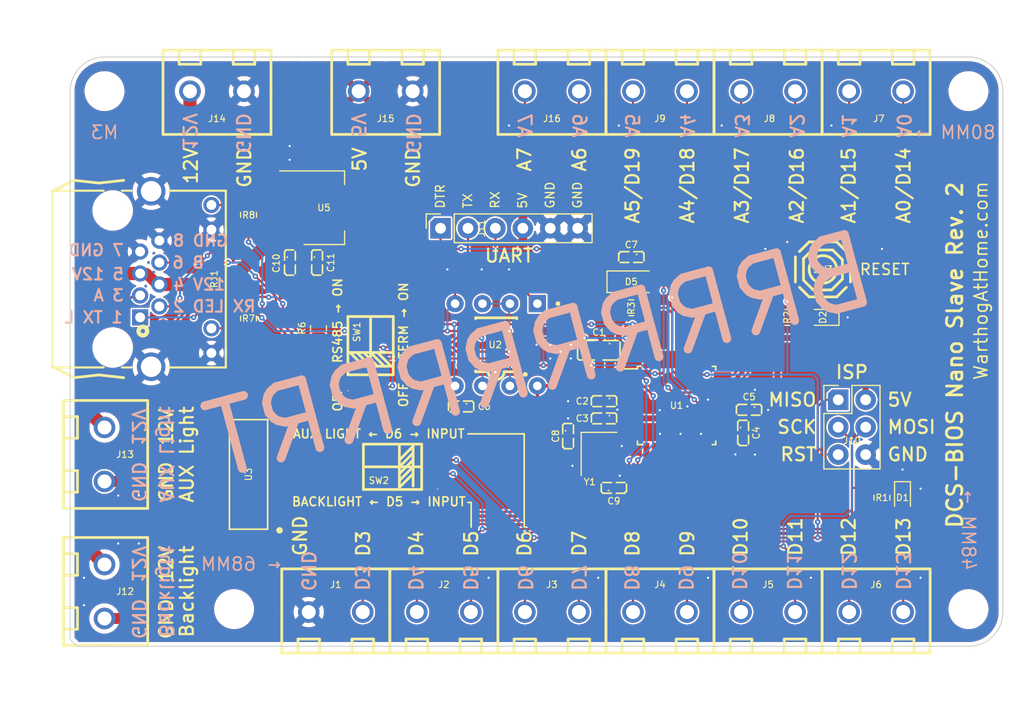
<source format=kicad_pcb>
(kicad_pcb (version 20211014) (generator pcbnew)
  (title_block (title "DCS-BIOS Nano Slave") (date "2022-09-11") (rev "2"))
  (layers (0 "F.Cu" signal) (31 "B.Cu" signal) (34 "B.Paste" user) (35 "F.Paste" user) (36 "B.SilkS" user "B.Silkscreen") (37 "F.SilkS" user "F.Silkscreen") (38 "B.Mask" user) (39 "F.Mask" user) (44 "Edge.Cuts" user))
  (net 0 "")
  (net 1 "+5V")
  (net 2 "Net-(C5-Pad2)")
  (net 3 "RESET")
  (net 4 "FTDI_DTR")
  (net 5 "XTAL1")
  (net 6 "XTAL2")
  (net 7 "Net-(D1-Pad2)")
  (net 8 "Net-(D2-Pad2)")
  (net 9 "D2")
  (net 10 "D3")
  (net 11 "D4")
  (net 12 "D5")
  (net 13 "D6")
  (net 14 "D7")
  (net 15 "D8")
  (net 16 "D9")
  (net 17 "D10")
  (net 18 "D11")
  (net 19 "D12")
  (net 20 "D13")
  (net 21 "A0")
  (net 22 "A1")
  (net 23 "A2")
  (net 24 "A3")
  (net 25 "A4")
  (net 26 "A5")
  (net 27 "TXD")
  (net 28 "RXD")
  (net 29 "RS485+")
  (net 30 "Net-(R6-Pad2)")
  (net 31 "Net-(R7-Pad1)")
  (net 32 "Net-(R8-Pad1)")
  (net 33 "+12V")
  (net 34 "RS485-")
  (net 35 "A6")
  (net 36 "A7")
  (net 37 "RS485_GND")
  (net 38 "BACKLIGHT_BASE")
  (net 39 "AUX_BASE")
  (net 43 "AUX_GND")
  (net 44 "BACKLIGHT_GND")
  (net 45 "GND")
  (footprint "Resistor_SMD:R_0805_2012Metric" (layer "F.Cu") (at 118.745 101.0666 90)
    (fp_text reference "R7")
    (fp_text value "1.8K")
  )
  (footprint "A10 KiCad Libraries:CONN-TH_WJ126V-5.0-2P" (layer "F.Cu") (at 146.8374 128.27 90)
    (fp_text reference "J3")
    (fp_text value "Screw_Terminal_01x02")
  )
  (footprint "Connector_PinHeader_2.54mm:PinHeader_2x03_P2.54mm_Vertical" (layer "F.Cu") (at 173.35 108.6)
    (fp_text reference "J10")
    (fp_text value "AVR-ISP-6")
  )
  (footprint "A10 KiCad Libraries:CONN-TH_WJ126V-5.0-2P" (layer "F.Cu") (at 166.8526 128.27 90)
    (fp_text reference "J5")
    (fp_text value "Screw_Terminal_01x02")
  )
  (footprint "MountingHole:MountingHole_3.2mm_M3" (layer "F.Cu") (at 185.41 128)
    (fp_text reference "H4" hide)
    (fp_text value "MountingHole")
  )
  (footprint "Resistor_SMD:R_0805_2012Metric" (layer "F.Cu") (at 168.6325 100.965)
    (fp_text reference "R2")
    (fp_text value "1.5K")
  )
  (footprint "A10 KiCad Libraries:C0402" (layer "F.Cu") (at 138.43 109.220001 180)
    (fp_text reference "C6")
    (fp_text value "1uF")
  )
  (footprint "Package_TO_SOT_SMD:SOT-223-3_TabPin2" (layer "F.Cu") (at 125.73 90.805)
    (fp_text reference "U5")
    (fp_text value "AMS1117-5.0")
  )
  (footprint "MountingHole:MountingHole_3.2mm_M3" (layer "F.Cu") (at 117.41 128)
    (fp_text reference "H3" hide)
    (fp_text value "MountingHole")
  )
  (footprint "A10 KiCad Libraries:C0402" (layer "F.Cu") (at 151.662195 110.325758 180)
    (fp_text reference "C3")
    (fp_text value "1uF")
  )
  (footprint "A10 KiCad Libraries:CONN-TH_WJ126V-5.0-2P" (layer "F.Cu") (at 131.445 80.01 -90)
    (fp_text reference "J15")
    (fp_text value "Screw_Terminal_01x02")
  )
  (footprint "A10 KiCad Libraries:C0805" (layer "F.Cu") (at 151.1808 104.013 180)
    (fp_text reference "C1")
    (fp_text value "4.7uF")
  )
  (footprint "A10 KiCad Libraries:C0402" (layer "F.Cu") (at 165.090521 109.528861 180)
    (fp_text reference "C5")
    (fp_text value "100nF")
  )
  (footprint "A10 KiCad Libraries:SOP-16_L10.0-W3.9-P1.27-LS6.0-BL" (layer "F.Cu") (at 118.745 115.5192 90)
    (fp_text reference "U3")
    (fp_text value "ULN2003A")
  )
  (footprint "Symbol:OSHW-Logo2_7.3x6mm_Copper" (layer "F.Cu") (at 120.65 106.68)
    (fp_text reference "REF**" hide)
    (fp_text value "OSHW-Logo2_7.3x6mm_Copper" hide)
  )
  (footprint "Package_DIP:DIP-8_W7.62mm" (layer "F.Cu") (at 145.491194 99.695 -90)
    (fp_text reference "U4" hide)
    (fp_text value "MAX487CPA+" hide)
  )
  (footprint "A10 KiCad Libraries:C0402" (layer "F.Cu") (at 125.095 95.885 -90)
    (fp_text reference "C11")
    (fp_text value "1uF")
  )
  (footprint "A10 KiCad Libraries:C0402" (layer "F.Cu") (at 151.664102 108.731372 180)
    (fp_text reference "C2")
    (fp_text value "1uF")
  )
  (footprint "A10 KiCad Libraries:SOIC-8_L5.0-W4.0-P1.27-LS6.0-BL" (layer "F.Cu") (at 141.681194 103.505 90)
    (fp_text reference "U2")
    (fp_text value "MAX487ESA+T")
  )
  (footprint "Resistor_SMD:R_0805_2012Metric" (layer "F.Cu") (at 118.745 91.4654 -90)
    (fp_text reference "R8")
    (fp_text value "1.8K")
  )
  (footprint "A10 KiCad Libraries:CONN-TH_WJ126V-5.0-2P" (layer "F.Cu") (at 115.824 80.01 -90)
    (fp_text reference "J14")
    (fp_text value "Screw_Terminal_01x02")
  )
  (footprint "LED_SMD:LED_0603_1608Metric" (layer "F.Cu") (at 171.9345 100.965 180)
    (fp_text reference "D2")
    (fp_text value "LED")
  )
  (footprint "A10 KiCad Libraries:C0402" (layer "F.Cu") (at 122.5804 95.885 -90)
    (fp_text reference "C10")
    (fp_text value "10uF")
  )
  (footprint "MountingHole:MountingHole_3.2mm_M3" (layer "F.Cu") (at 105.41 80)
    (fp_text reference "H1" hide)
    (fp_text value "MountingHole")
  )
  (footprint "A10 KiCad Libraries:CONN-TH_WJ126V-5.0-2P" (layer "F.Cu") (at 126.8222 128.27 90)
    (fp_text reference "J1")
    (fp_text value "Screw_Terminal_01x02")
  )
  (footprint "A10 KiCad Libraries:CONN-TH_WJ126V-5.0-2P" (layer "F.Cu") (at 176.8602 128.27 90)
    (fp_text reference "J6")
    (fp_text value "Screw_Terminal_01x02")
  )
  (footprint "Resistor_SMD:R_0805_2012Metric" (layer "F.Cu") (at 125.222 101.9575 90)
    (fp_text reference "R6")
    (fp_text value "120R")
  )
  (footprint "A10 KiCad Libraries:CONN-TH_WJ126V-5.0-2P" (layer "F.Cu") (at 156.845 80.01 -90)
    (fp_text reference "J9")
    (fp_text value "Screw_Terminal_01x02")
  )
  (footprint "A10 KiCad Libraries:CONN-TH_WJ126V-5.0-2P" (layer "F.Cu") (at 136.8298 128.27 90)
    (fp_text reference "J2")
    (fp_text value "Screw_Terminal_01x02")
  )
  (footprint "A10 KiCad Libraries:SW-SMD_4P-L5.1-W5.1-P3.70-LS6.5-TL-2" (layer "F.Cu") (at 171.9345 96.52)
    (fp_text reference "SW3")
    (fp_text value "SW_MEC_5E")
  )
  (footprint "A10 KiCad Libraries:SW-SMD_DSHP02TSGER" (layer "F.Cu") (at 132.08 114.813287 90)
    (fp_text reference "SW2")
    (fp_text value "SW_DIP_x02")
  )
  (footprint "A10 KiCad Libraries:C0402" (layer "F.Cu") (at 164.545436 111.6711 -90)
    (fp_text reference "C4")
    (fp_text value "1uF")
  )
  (footprint "A10 KiCad Libraries:CONN-TH_WJ126V-5.0-2P" (layer "F.Cu") (at 156.845 128.27 90)
    (fp_text reference "J4")
    (fp_text value "Screw_Terminal_01x02")
  )
  (footprint "Diode_SMD:D_SOD-123" (layer "F.Cu") (at 154.18925 97.663)
    (fp_text reference "D5")
    (fp_text value "1N4148W")
  )
  (footprint "A10 KiCad Libraries:RJ45-TH_B-1-1" (layer "F.Cu") (at 108.612936 97.409003 -90)
    (fp_text reference "RJ1")
    (fp_text value "RJ45-B-1*1")
  )
  (footprint "A10 KiCad Libraries:C0402" (layer "F.Cu") (at 154.18925 95.377 180)
    (fp_text reference "C7")
    (fp_text value "100nF")
  )
  (footprint "Resistor_SMD:R_0805_2012Metric" (layer "F.Cu") (at 177.394099 117.673055 -90)
    (fp_text reference "R1")
    (fp_text value "1.5K")
  )
  (footprint "A10 KiCad Libraries:C0402" (layer "F.Cu") (at 152.575695 116.764335)
    (fp_text reference "C9")
    (fp_text value "15pF")
  )
  (footprint "A10 KiCad Libraries:SW-SMD_DSHP02TSGER" (layer "F.Cu") (at 130.048 103.585)
    (fp_text reference "SW1")
    (fp_text value "SW_DIP_x02")
  )
  (footprint "A10 KiCad Libraries:CONN-TH_WJ126V-5.0-2P" (layer "F.Cu") (at 105.41 113.665)
    (fp_text reference "J13")
    (fp_text value "Screw_Terminal_01x02")
  )
  (footprint "A10 KiCad Libraries:CONN-TH_WJ126V-5.0-2P" (layer "F.Cu") (at 146.8374 80.01 -90)
    (fp_text reference "J16")
    (fp_text value "Screw_Terminal_01x02")
  )
  (footprint "A10 KiCad Libraries:CONN-TH_WJ126V-5.0-2P" (layer "F.Cu") (at 105.41 126.365)
    (fp_text reference "J12")
    (fp_text value "Screw_Terminal_01x02")
  )
  (footprint "Crystal:Crystal_SMD_3225-4Pin_3.2x2.5mm" (layer "F.Cu") (at 151.198516 113.618738 -90)
    (fp_text reference "Y1")
    (fp_text value "Crystal_GND24")
  )
  (footprint "Package_QFP:TQFP-32_7x7mm_P0.8mm" (layer "F.Cu") (at 158.382721 109.12861)
    (fp_text reference "U1")
    (fp_text value "ATmega328P-AU")
  )
  (footprint "Connector_PinSocket_2.54mm:PinSocket_1x06_P2.54mm_Vertical" (layer "F.Cu") (at 136.525 92.71 90)
    (fp_text reference "J11")
    (fp_text value "Conn_01x06_Female")
  )
  (footprint "MountingHole:MountingHole_3.2mm_M3" (layer "F.Cu") (at 185.41 80)
    (fp_text reference "H2" hide)
    (fp_text value "MountingHole")
  )
  (footprint "Resistor_SMD:R_0805_2012Metric" (layer "F.Cu") (at 154.18925 100.076)
    (fp_text reference "R3")
    (fp_text value "10K")
  )
  (footprint "A10 KiCad Libraries:CONN-TH_WJ126V-5.0-2P" (layer "F.Cu") (at 166.8526 80.01 -90)
    (fp_text reference "J8")
    (fp_text value "Screw_Terminal_01x02")
  )
  (footprint "A10 KiCad Libraries:C0402" (layer "F.Cu") (at 148.336 111.967682 -90)
    (fp_text reference "C8")
    (fp_text value "15pF")
  )
  (footprint "A10 KiCad Libraries:CONN-TH_WJ126V-5.0-2P" (layer "F.Cu") (at 176.8602 80.01 -90)
    (fp_text reference "J7")
    (fp_text value "Screw_Terminal_01x02")
  )
  (footprint "LED_SMD:LED_0603_1608Metric" (layer "F.Cu") (at 179.299099 117.673055 -90)
    (fp_text reference "D1")
    (fp_text value "LED")
  )
  (gr_line (start 139.361704 120.396) (end 139.361704 118.11) (layer "F.SilkS") (width 0.1524))
  (gr_line (start 144.272 120.396) (end 144.272 111.76) (layer "F.SilkS") (width 0.1524))
  (gr_line (start 139.361704 118.11) (end 139.065 118.11) (layer "F.SilkS") (width 0.1524))
  (gr_line (start 144.272 111.76) (end 139.065 111.76) (layer "F.SilkS") (width 0.1524))
  (gr_line (start 185.42 131.445) (end 102.87 131.445) (layer "Edge.Cuts") (width 0.1))
  (gr_line (start 105.41 76.835) (end 185.42 76.835) (layer "Edge.Cuts") (width 0.1))
  (gr_arc (start 185.42 76.835) (mid 187.665064 77.764936) (end 188.595 80.01) (layer "Edge.Cuts") (width 0.1))
  (gr_arc (start 102.235 80.01) (mid 103.164936 77.764936) (end 105.41 76.835) (layer "Edge.Cuts") (width 0.1))
  (gr_line (start 188.595 80.01) (end 188.595 128.27) (layer "Edge.Cuts") (width 0.1))
  (gr_line (start 102.235 130.81) (end 102.87 131.445) (layer "Edge.Cuts") (width 0.1))
  (gr_arc (start 188.595 128.27) (mid 187.665064 130.515064) (end 185.42 131.445) (layer "Edge.Cuts") (width 0.1))
  (gr_line (start 102.235 130.81) (end 102.235 80.01) (layer "Edge.Cuts") (width 0.1))
  (gr_text "48MM →" (at 185.42 120.65 270) (layer "B.SilkS") (effects (font (size 1.2192 1.2192) (thickness 0.1524)) (justify mirror)))
  (gr_text "80MM →" (at 184.15 83.82) (layer "B.SilkS") (effects (font (size 1.2192 1.2192) (thickness 0.1524)) (justify mirror)))
  (gr_text "← 68MM" (at 118.11 123.825) (layer "B.SilkS") (effects (font (size 1.2192 1.2192) (thickness 0.1524)) (justify mirror)))
  (gr_text "M3" (at 105.41 83.82) (layer "B.SilkS") (effects (font (size 1.2192 1.2192) (thickness 0.1524)) (justify mirror)))
  (gr_text "BRRRRRRRRT" (at 145.669 104.521 15) (layer "B.SilkS") (effects (font (size 6.5024 6.5024) (thickness 0.8128)) (justify mirror)))
  (gr_text "OFF ← RS485 → ON" (at 127 103.505 90) (layer "F.SilkS") (effects (font (size 0.8128 0.8128) (thickness 0.1524))))
  (gr_text "${TITLE} Rev. ${REVISION}" (at 184.15 88.265 90) (layer "F.SilkS") (effects (font (size 1.4224 1.4224) (thickness 0.254)) (justify right)))
  (gr_text "BACKLIGHT ← D5 → INPUT" (at 130.81 118.046179) (layer "F.SilkS") (effects (font (size 0.8128 0.8128) (thickness 0.1524))))
  (gr_text "AUX LIGHT ← D6 → INPUT" (at 130.81 111.76) (layer "F.SilkS") (effects (font (size 0.8128 0.8128) (thickness 0.1524))))
  (gr_text "RESET" (at 175.26 96.52) (layer "F.SilkS") (effects (font (size 1.016 1.016) (thickness 0.1524)) (justify left)))
  (gr_text "WarthogAtHome.com" (at 186.563 88.265 90) (layer "F.SilkS") (effects (font (size 1.2192 1.2192) (thickness 0.1524)) (justify right)))
  (gr_text "OFF ← TERM → ON" (at 133.096 103.505 90) (layer "F.SilkS") (effects (font (size 0.8128 0.8128) (thickness 0.1524))))
  (segment (start 154.13272 110.32861) (end 160.480746 110.32861) (width 0.5588) (layer "F.Cu") (net 1))
  (segment (start 161.280746 111.12861) (end 162.63272 111.12861) (width 0.5588) (layer "F.Cu") (net 1))
  (segment (start 153.27675 100.076) (end 153.27675 101.23125) (width 0.8128) (layer "F.Cu") (net 1))
  (segment (start 138.975085 109.220001) (end 144.779999 109.220001) (width 0.3048) (layer "F.Cu") (net 1))
  (segment (start 152.53925 97.663) (end 145.288 97.663) (width 0.8128) (layer "F.Cu") (net 1))
  (segment (start 167.003985 111.126015) (end 167.72 110.41) (width 0.5588) (layer "F.Cu") (net 1))
  (segment (start 167.72 110.41) (end 167.72 102.95) (width 0.5588) (layer "F.Cu") (net 1))
  (segment (start 175.26 102.87) (end 175.89 103.5) (width 0.5588) (layer "F.Cu") (net 1))
  (segment (start 160.480746 110.32861) (end 161.280746 111.12861) (width 0.5588) (layer "F.Cu") (net 1))
  (segment (start 138.975085 105.411008) (end 138.976089 105.410004) (width 0.1524) (layer "F.Cu") (net 1))
  (segment (start 154.13272 108.72861) (end 154.129958 108.731372) (width 0.5588) (layer "F.Cu") (net 1))
  (segment (start 152.209187 108.731372) (end 152.20728 108.73328) (width 0.5588) (layer "F.Cu") (net 1))
  (segment (start 145.288 97.663) (end 144.145 96.52) (width 0.8128) (layer "F.Cu") (net 1))
  (segment (start 152.222164 110.32861) (end 154.13272 110.32861) (width 0.5588) (layer "F.Cu") (net 1))
  (segment (start 143.51 90.805) (end 128.88 90.805) (width 0.8128) (layer "F.Cu") (net 1))
  (segment (start 164.545436 111.126015) (end 167.003985 111.126015) (width 0.5588) (layer "F.Cu") (net 1))
  (segment (start 152.148544 107.315) (end 152.210772 107.377228) (width 0.3048) (layer "F.Cu") (net 1))
  (segment (start 152.210772 102.297228) (end 152.210772 104.013) (width 0.8128) (layer "F.Cu") (net 1))
  (segment (start 162.632721 111.12861) (end 164.542841 111.12861) (width 0.5588) (layer "F.Cu") (net 1))
  (segment (start 145.491194 107.315) (end 152.148544 107.315) (width 0.3048) (layer "F.Cu") (net 1))
  (segment (start 152.20728 108.73328) (end 152.20728 110.325758) (width 0.5588) (layer "F.Cu") (net 1))
  (segment (start 154.129958 108.731372) (end 152.209187 108.731372) (width 0.5588) (layer "F.Cu") (net 1))
  (segment (start 144.779999 109.220001) (end 145.491194 108.508806) (width 0.3048) (layer "F.Cu") (net 1))
  (segment (start 152.210772 104.013) (end 152.210772 107.377228) (width 0.8128) (layer "F.Cu") (net 1))
  (segment (start 145.491194 108.508806) (end 145.491194 107.315) (width 0.3048) (layer "F.Cu") (net 1))
  (segment (start 167.8 102.87) (end 167.72 102.95) (width 0.5588) (layer "F.Cu") (net 1))
  (segment (start 153.27675 100.076) (end 153.27675 98.4005) (width 0.8128) (layer "F.Cu") (net 1))
  (segment (start 144.145 91.44) (end 143.51 90.805) (width 0.8128) (layer "F.Cu") (net 1))
  (segment (start 175.26 102.87) (end 167.8 102.87) (width 0.5588) (layer "F.Cu") (net 1))
  (segment (start 152.210772 107.377228) (end 152.210772 108.729787) (width 0.8128) (layer "F.Cu") (net 1))
  (segment (start 122.58 90.805) (end 128.88 90.805) (width 0.8128) (layer "F.Cu") (net 1))
  (segment (start 153.27675 101.23125) (end 152.210772 102.297228) (width 0.8128) (layer "F.Cu") (net 1))
  (segment (start 175.89 103.5) (end 175.89 108.6) (width 0.5588) (layer "F.Cu") (net 1))
  (segment (start 144.145 96.52) (end 144.145 92.71) (width 0.8128) (layer "F.Cu") (net 1))
  (segment (start 153.27675 98.4005) (end 152.53925 97.663) (width 0.8128) (layer "F.Cu") (net 1))
  (segment (start 144.145 92.71) (end 144.145 91.44) (width 0.8128) (layer "F.Cu") (net 1))
  (segment (start 138.975085 109.220001) (end 138.975085 105.411008) (width 0.3048) (layer "F.Cu") (net 1))
  (segment (start 167.72 102.95) (end 167.72 100.965) (width 0.5588) (layer "F.Cu") (net 1))
  (segment (start 164.542841 111.12861) (end 164.545436 111.126015) (width 0.5588) (layer "F.Cu") (net 1))
  (segment (start 152.210772 108.729787) (end 152.209187 108.731372) (width 0.8128) (layer "F.Cu") (net 1))
  (segment (start 164.545186 109.528611) (end 162.632721 109.528611) (width 0.2032) (layer "F.Cu") (net 2))
  (segment (start 164.545436 109.528861) (end 164.545186 109.528611) (width 0.2032) (layer "F.Cu") (net 2))
  (segment (start 158.372321 106.27141) (end 157.982721 105.88181) (width 0.2032) (layer "F.Cu") (net 3))
  (segment (start 154.734335 95.80071) (end 154.734335 95.377) (width 0.2032) (layer "F.Cu") (net 3))
  (segment (start 155.10175 100.076) (end 155.10175 99.2905) (width 0.2032) (layer "F.Cu") (net 3))
  (segment (start 157.982721 100.584) (end 157.474721 100.076) (width 0.2032) (layer "F.Cu") (net 3))
  (segment (start 157.474721 100.076) (end 155.10175 100.076) (width 0.2032) (layer "F.Cu") (net 3))
  (segment (start 155.10175 99.2905) (end 155.83925 98.553) (width 0.2032) (layer "F.Cu") (net 3))
  (segment (start 168.634525 98.370394) (end 175.234475 98.370394) (width 0.2032) (layer "F.Cu") (net 3))
  (segment (start 155.83925 98.553) (end 155.83925 97.663) (width 0.2032) (layer "F.Cu") (net 3))
  (segment (start 168.634525 99.486475) (end 168.636461 99.488411) (width 0.2032) (layer "F.Cu") (net 3))
  (segment (start 157.982721 104.87861) (end 157.982721 100.584) (width 0.2032) (layer "F.Cu") (net 3))
  (segment (start 161.190935 106.269858) (end 161.189383 106.27141) (width 0.2032) (layer "F.Cu") (net 3))
  (segment (start 155.83925 97.663) (end 155.83925 96.905625) (width 0.2032) (layer "F.Cu") (net 3))
  (segment (start 157.982721 105.88181) (end 157.982721 104.87861) (width 0.2032) (layer "F.Cu") (net 3))
  (segment (start 161.189383 106.27141) (end 158.372321 106.27141) (width 0.2032) (layer "F.Cu") (net 3))
  (segment (start 155.83925 96.905625) (end 154.734335 95.80071) (width 0.2032) (layer "F.Cu") (net 3))
  (segment (start 168.634525 98.370394) (end 168.634525 99.486475) (width 0.2032) (layer "F.Cu") (net 3))
  (via (at 168.636461 99.488411) (size 0.5) (drill 0.2) (layers "F.Cu" "B.Cu") (net 3))
  (via (at 161.190935 106.269858) (size 0.5) (drill 0.2) (layers "F.Cu" "B.Cu") (net 3))
  (segment (start 168.636461 106.26301) (end 168.643309 106.269858) (width 0.2032) (layer "B.Cu") (net 3))
  (segment (start 173.335 113.665) (end 172.085 113.665) (width 0.2032) (layer "B.Cu") (net 3))
  (segment (start 168.643309 106.269858) (end 171.039858 106.269858) (width 0.2032) (layer "B.Cu") (net 3))
  (segment (start 161.190935 106.269858) (end 168.643309 106.269858) (width 0.2032) (layer "B.Cu") (net 3))
  (segment (start 171.039858 106.269858) (end 171.45 106.68) (width 0.2032) (layer "B.Cu") (net 3))
  (segment (start 173.35 113.68) (end 173.335 113.665) (width 0.2032) (layer "B.Cu") (net 3))
  (segment (start 168.636461 99.488411) (end 168.636461 106.26301) (width 0.2032) (layer "B.Cu") (net 3))
  (segment (start 172.085 113.665) (end 171.45 113.03) (width 0.2032) (layer "B.Cu") (net 3))
  (segment (start 171.45 106.68) (end 171.45 113.03) (width 0.2032) (layer "B.Cu") (net 3))
  (segment (start 136.525 93.98) (end 136.525 92.71) (width 0.2032) (layer "F.Cu") (net 4))
  (segment (start 153.644165 95.377) (end 152.781 95.377) (width 0.2032) (layer "F.Cu") (net 4))
  (segment (start 152.019 94.615) (end 145.415 94.615) (width 0.2032) (layer "F.Cu") (net 4))
  (segment (start 138.43 94.615) (end 137.16 94.615) (width 0.2032) (layer "F.Cu") (net 4))
  (segment (start 137.16 94.615) (end 136.525 93.98) (width 0.2032) (layer "F.Cu") (net 4))
  (segment (start 152.781 95.377) (end 152.019 94.615) (width 0.2032) (layer "F.Cu") (net 4))
  (via (at 138.43 94.615) (size 0.5) (drill 0.2) (layers "F.Cu" "B.Cu") (net 4))
  (via (at 145.415 94.615) (size 0.5) (drill 0.2) (layers "F.Cu" "B.Cu") (net 4))
  (segment (start 145.415 94.615) (end 138.43 94.615) (width 0.2032) (layer "B.Cu") (net 4))
  (segment (start 150.939088 111.128609) (end 154.132721 111.12861) (width 0.2032) (layer "F.Cu") (net 5))
  (segment (start 150.348516 111.719181) (end 150.939088 111.128609) (width 0.2032) (layer "F.Cu") (net 5))
  (segment (start 150.348516 112.518738) (end 150.348516 111.719181) (width 0.2032) (layer "F.Cu") (net 5))
  (segment (start 148.349704 112.512767) (end 148.355676 112.518738) (width 0.2032) (layer "F.Cu") (net 5))
  (segment (start 148.355676 112.518738) (end 150.348516 112.518738) (width 0.2032) (layer "F.Cu") (net 5))
  (segment (start 152.048515 114.718738) (end 152.048515 116.746431) (width 0.2032) (layer "F.Cu") (net 6))
  (segment (start 152.048515 116.746431) (end 152.030611 116.764335) (width 0.2032) (layer "F.Cu") (net 6))
  (segment (start 154.13272 113.37861) (end 152.792592 114.718738) (width 0.2032) (layer "F.Cu") (net 6))
  (segment (start 154.13272 111.92861) (end 154.13272 113.37861) (width 0.2032) (layer "F.Cu") (net 6))
  (segment (start 152.792592 114.718738) (end 152.048515 114.718738) (width 0.2032) (layer "F.Cu") (net 6))
  (segment (start 177.40035 118.591806) (end 177.394099 118.585555) (width 0.2032) (layer "F.Cu") (net 7))
  (segment (start 178.375226 118.591806) (end 177.40035 118.591806) (width 0.2032) (layer "F.Cu") (net 7))
  (segment (start 179.299099 118.460555) (end 178.506477 118.460555) (width 0.2032) (layer "F.Cu") (net 7))
  (segment (start 178.506477 118.460555) (end 178.375226 118.591806) (width 0.2032) (layer "F.Cu") (net 7))
  (segment (start 171.147 100.965) (end 169.545 100.965) (width 0.2032) (layer "F.Cu") (net 8))
  (segment (start 144.386299 102.869999) (end 144.386299 104.140001) (width 0.2032) (layer "F.Cu") (net 9))
  (segment (start 155.582721 104.87861) (end 155.582721 103.258721) (width 0.2032) (layer "F.Cu") (net 9))
  (segment (start 143.509999 102.869999) (end 142.875 102.235) (width 0.2032) (layer "F.Cu") (net 9))
  (segment (start 155.193999 102.869999) (end 153.67 102.87) (width 0.2032) (layer "F.Cu") (net 9))
  (segment (start 144.386299 102.869999) (end 143.509999 102.869999) (width 0.2032) (layer "F.Cu") (net 9))
  (segment (start 155.582721 103.258721) (end 155.193999 102.869999) (width 0.2032) (layer "F.Cu") (net 9))
  (segment (start 149.86 102.87) (end 144.386299 102.869999) (width 0.2032) (layer "F.Cu") (net 9))
  (via (at 149.86 102.87) (size 0.5) (drill 0.2) (layers "F.Cu" "B.Cu") (net 9))
  (via (at 153.67 102.87) (size 0.5) (drill 0.2) (layers "F.Cu" "B.Cu") (net 9))
  (via (at 142.875 102.235) (size 0.5) (drill 0.2) (layers "F.Cu" "B.Cu") (net 9))
  (segment (start 142.951194 99.695) (end 142.951194 100.253806) (width 0.2032) (layer "B.Cu") (net 9))
  (segment (start 142.951194 100.253806) (end 142.875 100.33) (width 0.2032) (layer "B.Cu") (net 9))
  (segment (start 153.67 102.87) (end 149.86 102.87) (width 0.2032) (layer "B.Cu") (net 9))
  (segment (start 142.951194 99.695) (end 140.411194 99.695) (width 0.2032) (layer "B.Cu") (net 9))
  (segment (start 142.875 100.33) (end 142.875 102.235) (width 0.2032) (layer "B.Cu") (net 9))
  (segment (start 129.32347 120.051647) (end 129.32347 128.27) (width 0.2032) (layer "F.Cu") (net 10))
  (segment (start 130.395807 118.97931) (end 129.32347 120.051647) (width 0.2032) (layer "F.Cu") (net 10))
  (segment (start 154.013599 114.209788) (end 153.982521 114.240866) (width 0.2032) (layer "F.Cu") (net 10))
  (segment (start 153.182421 118.97931) (end 130.395807 118.97931) (width 0.2032) (layer "F.Cu") (net 10))
  (segment (start 155.047978 106.32861) (end 154.132721 106.32861) (width 0.2032) (layer "F.Cu") (net 10))
  (segment (start 153.982521 114.240866) (end 153.982521 118.17921) (width 0.2032) (layer "F.Cu") (net 10))
  (segment (start 155.584025 106.864657) (end 155.047978 106.32861) (width 0.2032) (layer "F.Cu") (net 10))
  (segment (start 153.982521 118.17921) (end 153.182421 118.97931) (width 0.2032) (layer "F.Cu") (net 10))
  (via (at 154.013599 114.209788) (size 0.5) (drill 0.2) (layers "F.Cu" "B.Cu") (net 10))
  (via (at 155.584025 106.864657) (size 0.5) (drill 0.2) (layers "F.Cu" "B.Cu") (net 10))
  (segment (start 155.584025 106.864657) (end 155.582721 106.865961) (width 0.2032) (layer "B.Cu") (net 10))
  (segment (start 155.582721 106.865961) (end 155.582721 112.640666) (width 0.2032) (layer "B.Cu") (net 10))
  (segment (start 155.582721 112.640666) (end 154.013599 114.209788) (width 0.2032) (layer "B.Cu") (net 10))
  (segment (start 156.215846 108.208535) (end 155.135921 107.12861) (width 0.2032) (layer "F.Cu") (net 11))
  (segment (start 155.135921 107.12861) (end 154.132721 107.12861) (width 0.2032) (layer "F.Cu") (net 11))
  (segment (start 134.3298 120.835307) (end 134.3298 128.27) (width 0.2032) (layer "F.Cu") (net 11))
  (segment (start 154.782621 118.97931) (end 153.982521 119.77941) (width 0.2032) (layer "F.Cu") (net 11))
  (segment (start 135.385697 119.77941) (end 134.3298 120.835307) (width 0.2032) (layer "F.Cu") (net 11))
  (segment (start 156.215846 108.243384) (end 156.215846 108.208535) (width 0.2032) (layer "F.Cu") (net 11))
  (segment (start 154.782621 114.17871) (end 154.782621 118.97931) (width 0.2032) (layer "F.Cu") (net 11))
  (segment (start 153.982521 119.77941) (end 135.385697 119.77941) (width 0.2032) (layer "F.Cu") (net 11))
  (via (at 156.215846 108.243384) (size 0.5) (drill 0.2) (layers "F.Cu" "B.Cu") (net 11))
  (via (at 154.782621 114.17871) (size 0.5) (drill 0.2) (layers "F.Cu" "B.Cu") (net 11))
  (segment (start 156.215846 108.243384) (end 156.21 108.24923) (width 0.2032) (layer "B.Cu") (net 11))
  (segment (start 156.21 108.24923) (end 156.21 112.751331) (width 0.2032) (layer "B.Cu") (net 11))
  (segment (start 156.21 112.751331) (end 154.782621 114.17871) (width 0.2032) (layer "B.Cu") (net 11))
  (segment (start 140.380821 120.57951) (end 139.33107 121.629261) (width 0.2032) (layer "F.Cu") (net 12))
  (segment (start 155.582721 119.77941) (end 154.782621 120.57951) (width 0.2032) (layer "F.Cu") (net 12))
  (segment (start 137.681332 115.453424) (end 137.676196 115.448288) (width 0.2032) (layer "F.Cu") (net 12))
  (segment (start 155.582721 113.37861) (end 155.582721 119.77941) (width 0.2032) (layer "F.Cu") (net 12))
  (segment (start 154.782621 120.57951) (end 140.380821 120.57951) (width 0.2032) (layer "F.Cu") (net 12))
  (segment (start 139.33107 121.629261) (end 139.33107 128.27) (width 0.2032) (layer "F.Cu") (net 12))
  (segment (start 137.676196 115.448288) (end 135.890008 115.448288) (width 0.2032) (layer "F.Cu") (net 12))
  (via (at 137.681332 115.453424) (size 0.5) (drill 0.2) (layers "F.Cu" "B.Cu") (net 12))
  (via (at 140.40549 120.57951) (size 0.5) (drill 0.2) (layers "F.Cu" "B.Cu") (net 12))
  (segment (start 137.681332 115.453424) (end 137.681332 115.456332) (width 0.2032) (layer "B.Cu") (net 12))
  (segment (start 140.40549 118.18049) (end 140.40549 120.57951) (width 0.2032) (layer "B.Cu") (net 12))
  (segment (start 137.681332 115.456332) (end 140.40549 118.18049) (width 0.2032) (layer "B.Cu") (net 12))
  (segment (start 137.978242 114.178286) (end 135.890008 114.178286) (width 0.2032) (layer "F.Cu") (net 13))
  (segment (start 137.978953 114.178997) (end 137.978242 114.178286) (width 0.2032) (layer "F.Cu") (net 13))
  (segment (start 145.181421 121.37961) (end 144.3374 122.223631) (width 0.2032) (layer "F.Cu") (net 13))
  (segment (start 144.3374 122.223631) (end 144.3374 128.27) (width 0.2032) (layer "F.Cu") (net 13))
  (segment (start 156.382721 120.57961) (end 155.582721 121.37961) (width 0.2032) (layer "F.Cu") (net 13))
  (segment (start 156.382721 113.37861) (end 156.382721 120.57961) (width 0.2032) (layer "F.Cu") (net 13))
  (segment (start 155.582721 121.37961) (end 145.181421 121.37961) (width 0.2032) (layer "F.Cu") (net 13))
  (via (at 145.181421 121.37961) (size 0.5) (drill 0.2) (layers "F.Cu" "B.Cu") (net 13))
  (via (at 137.978953 114.178997) (size 0.5) (drill 0.2) (layers "F.Cu" "B.Cu") (net 13))
  (segment (start 145.181421 121.376143) (end 145.181421 121.37961) (width 0.2032) (layer "B.Cu") (net 13))
  (segment (start 137.978953 114.178997) (end 137.984275 114.178997) (width 0.2032) (layer "B.Cu") (net 13))
  (segment (start 137.984275 114.178997) (end 145.181421 121.376143) (width 0.2032) (layer "B.Cu") (net 13))
  (segment (start 156.382821 122.17971) (end 150.219003 122.17971) (width 0.2032) (layer "F.Cu") (net 14))
  (segment (start 149.33867 123.060043) (end 149.33867 128.27) (width 0.2032) (layer "F.Cu") (net 14))
  (segment (start 150.219003 122.17971) (end 149.33867 123.060043) (width 0.2032) (layer "F.Cu") (net 14))
  (segment (start 157.182721 121.37981) (end 156.382821 122.17971) (width 0.2032) (layer "F.Cu") (net 14))
  (segment (start 157.182721 113.37861) (end 157.182721 121.37981) (width 0.2032) (layer "F.Cu") (net 14))
  (segment (start 154.345 123.817481) (end 154.345 128.27) (width 0.2032) (layer "F.Cu") (net 15))
  (segment (start 155.182671 122.97981) (end 154.345 123.817481) (width 0.2032) (layer "F.Cu") (net 15))
  (segment (start 157.982721 113.37861) (end 157.982721 122.18001) (width 0.2032) (layer "F.Cu") (net 15))
  (segment (start 157.982721 122.18001) (end 157.182921 122.97981) (width 0.2032) (layer "F.Cu") (net 15))
  (segment (start 157.182921 122.97981) (end 155.182671 122.97981) (width 0.2032) (layer "F.Cu") (net 15))
  (segment (start 158.782721 123.730721) (end 159.34627 124.29427) (width 0.2032) (layer "F.Cu") (net 16))
  (segment (start 159.34627 124.29427) (end 159.34627 128.27) (width 0.2032) (layer "F.Cu") (net 16))
  (segment (start 158.782721 113.37861) (end 158.782721 123.730721) (width 0.2032) (layer "F.Cu") (net 16))
  (segment (start 160.383321 122.97981) (end 163.583721 122.97981) (width 0.2032) (layer "F.Cu") (net 17))
  (segment (start 164.3526 123.748689) (end 164.3526 128.27) (width 0.2032) (layer "F.Cu") (net 17))
  (segment (start 159.582721 113.37861) (end 159.582721 122.17921) (width 0.2032) (layer "F.Cu") (net 17))
  (segment (start 159.582721 122.17921) (end 160.383321 122.97981) (width 0.2032) (layer "F.Cu") (net 17))
  (segment (start 163.583721 122.97981) (end 164.3526 123.748689) (width 0.2032) (layer "F.Cu") (net 17))
  (segment (start 160.382721 121.37901) (end 160.382721 113.37861) (width 0.2032) (layer "F.Cu") (net 18))
  (segment (start 169.35387 123.25858) (end 169.35387 128.27) (width 0.2032) (layer "F.Cu") (net 18))
  (segment (start 161.183421 122.17971) (end 160.382721 121.37901) (width 0.2032) (layer "F.Cu") (net 18))
  (segment (start 168.275 122.17971) (end 161.183421 122.17971) (width 0.2032) (layer "F.Cu") (net 18))
  (segment (start 168.275 122.17971) (end 169.35387 123.25858) (width 0.2032) (layer "F.Cu") (net 18))
  (via (at 168.275 122.17971) (size 0.5) (drill 0.2) (layers "F.Cu" "B.Cu") (net 18))
  (segment (start 174.625 118.745) (end 174.625 112.395) (width 0.2032) (layer "B.Cu") (net 18))
  (segment (start 174.635 112.395) (end 175.89 111.14) (width 0.2032) (layer "B.Cu") (net 18))
  (segment (start 168.91 119.38) (end 173.99 119.38) (width 0.2032) (layer "B.Cu") (net 18))
  (segment (start 168.275 122.17971) (end 168.275 120.015) (width 0.2032) (layer "B.Cu") (net 18))
  (segment (start 174.625 112.395) (end 174.635 112.395) (width 0.2032) (layer "B.Cu") (net 18))
  (segment (start 173.99 119.38) (end 174.625 118.745) (width 0.2032) (layer "B.Cu") (net 18))
  (segment (start 168.275 120.015) (end 168.91 119.38) (width 0.2032) (layer "B.Cu") (net 18))
  (segment (start 172.07 108.6) (end 173.35 108.6) (width 0.2032) (layer "F.Cu") (net 19))
  (segment (start 161.182721 113.37861) (end 161.182721 120.57881) (width 0.2032) (layer "F.Cu") (net 19))
  (segment (start 161.182721 120.57881) (end 161.983521 121.37961) (width 0.2032) (layer "F.Cu") (net 19))
  (segment (start 171.45 119.92039) (end 171.45 109.22) (width 0.2032) (layer "F.Cu") (net 19))
  (segment (start 171.45 109.22) (end 172.07 108.6) (width 0.2032) (layer "F.Cu") (net 19))
  (segment (start 173.43618 121.37961) (end 174.3602 122.30363) (width 0.2032) (layer "F.Cu") (net 19))
  (segment (start 161.983521 121.37961) (end 173.43618 121.37961) (width 0.2032) (layer "F.Cu") (net 19))
  (segment (start 174.3602 122.30363) (end 174.3602 128.27) (width 0.2032) (layer "F.Cu") (net 19))
  (via (at 171.45 121.37961) (size 0.5) (drill 0.2) (layers "F.Cu" "B.Cu") (net 19))
  (via (at 171.45 119.92039) (size 0.5) (drill 0.2) (layers "F.Cu" "B.Cu") (net 19))
  (segment (start 171.45 119.92039) (end 171.45 121.37961) (width 0.2032) (layer "B.Cu") (net 19))
  (segment (start 174.69549 120.57951) (end 178.44679 120.57951) (width 0.2032) (layer "F.Cu") (net 20))
  (segment (start 174.625 116.84) (end 174.625 120.50902) (width 0.2032) (layer "F.Cu") (net 20))
  (segment (start 163.432821 120.57951) (end 174.69549 120.57951) (width 0.2032) (layer "F.Cu") (net 20))
  (segment (start 174.625 112.415) (end 174.625 116.84) (width 0.2032) (layer "F.Cu") (net 20))
  (segment (start 162.632721 111.92861) (end 162.632721 119.77941) (width 0.2032) (layer "F.Cu") (net 20))
  (segment (start 178.44679 120.57951) (end 179.36147 121.49419) (width 0.2032) (layer "F.Cu") (net 20))
  (segment (start 174.625 120.50902) (end 174.69549 120.57951) (width 0.2032) (layer "F.Cu") (net 20))
  (segment (start 173.35 111.14) (end 174.625 112.415) (width 0.2032) (layer "F.Cu") (net 20))
  (segment (start 177.394099 116.760555) (end 174.625 116.760555) (width 0.2032) (layer "F.Cu") (net 20))
  (segment (start 162.632721 119.77941) (end 163.432821 120.57951) (width 0.2032) (layer "F.Cu") (net 20))
  (segment (start 179.36147 121.49419) (end 179.36147 128.27) (width 0.2032) (layer "F.Cu") (net 20))
  (segment (start 165.033021 106.07876) (end 165.033021 88.07651) (width 0.2032) (layer "F.Cu") (net 21))
  (segment (start 162.632721 107.12861) (end 163.983171 107.12861) (width 0.2032) (layer "F.Cu") (net 21))
  (segment (start 179.3602 86.398482) (end 179.3602 80.01) (width 0.2032) (layer "F.Cu") (net 21))
  (segment (start 178.482272 87.27641) (end 179.3602 86.398482) (width 0.2032) (layer "F.Cu") (net 21))
  (segment (start 165.033021 88.07651) (end 165.833121 87.27641) (width 0.2032) (layer "F.Cu") (net 21))
  (segment (start 163.983171 107.12861) (end 165.033021 106.07876) (width 0.2032) (layer "F.Cu") (net 21))
  (segment (start 165.833121 87.27641) (end 178.482272 87.27641) (width 0.2032) (layer "F.Cu") (net 21))
  (segment (start 164.232921 87.27641) (end 165.033021 86.47631) (width 0.2032) (layer "F.Cu") (net 22))
  (segment (start 162.632721 106.32861) (end 163.583021 106.32861) (width 0.2032) (layer "F.Cu") (net 22))
  (segment (start 165.033021 86.47631) (end 173.579681 86.47631) (width 0.2032) (layer "F.Cu") (net 22))
  (segment (start 163.583021 106.32861) (end 164.232921 105.67871) (width 0.2032) (layer "F.Cu") (net 22))
  (segment (start 173.579681 86.47631) (end 174.35893 85.697061) (width 0.2032) (layer "F.Cu") (net 22))
  (segment (start 174.35893 85.697061) (end 174.35893 80.01) (width 0.2032) (layer "F.Cu") (net 22))
  (segment (start 164.232921 105.67871) (end 164.232921 87.27641) (width 0.2032) (layer "F.Cu") (net 22))
  (segment (start 161.182721 86.47661) (end 161.983121 85.67621) (width 0.2032) (layer "F.Cu") (net 23))
  (segment (start 161.983121 85.67621) (end 168.383921 85.67621) (width 0.2032) (layer "F.Cu") (net 23))
  (segment (start 168.383921 85.67621) (end 169.3526 84.707531) (width 0.2032) (layer "F.Cu") (net 23))
  (segment (start 161.182721 104.87861) (end 161.182721 86.47661) (width 0.2032) (layer "F.Cu") (net 23))
  (segment (start 169.3526 84.707531) (end 169.3526 80.01) (width 0.2032) (layer "F.Cu") (net 23))
  (segment (start 164.35133 84.108101) (end 164.35133 80.01) (width 0.2032) (layer "F.Cu") (net 24))
  (segment (start 160.382721 85.67641) (end 161.183021 84.87611) (width 0.2032) (layer "F.Cu") (net 24))
  (segment (start 160.382721 104.87861) (end 160.382721 85.67641) (width 0.2032) (layer "F.Cu") (net 24))
  (segment (start 161.183021 84.87611) (end 163.583321 84.87611) (width 0.2032) (layer "F.Cu") (net 24))
  (segment (start 163.583321 84.87611) (end 164.35133 84.108101) (width 0.2032) (layer "F.Cu") (net 24))
  (segment (start 159.582721 104.87861) (end 159.582721 84.87621) (width 0.2032) (layer "F.Cu") (net 25))
  (segment (start 159.582721 84.87621) (end 159.582821 84.87611) (width 0.2032) (layer "F.Cu") (net 25))
  (segment (start 159.345 81.437889) (end 159.345 80.01) (width 0.2032) (layer "F.Cu") (net 25))
  (segment (start 159.582821 81.67571) (end 159.345 81.437889) (width 0.2032) (layer "F.Cu") (net 25))
  (segment (start 159.582821 84.87611) (end 159.582821 81.67571) (width 0.2032) (layer "F.Cu") (net 25))
  (segment (start 155.060286 84.87611) (end 154.34373 84.159554) (width 0.2032) (layer "F.Cu") (net 26))
  (segment (start 157.982621 84.87611) (end 155.060286 84.87611) (width 0.2032) (layer "F.Cu") (net 26))
  (segment (start 158.782721 104.87861) (end 158.782721 85.67621) (width 0.2032) (layer "F.Cu") (net 26))
  (segment (start 158.782721 85.67621) (end 157.982621 84.87611) (width 0.2032) (layer "F.Cu") (net 26))
  (segment (start 154.34373 84.159554) (end 154.34373 80.01) (width 0.2032) (layer "F.Cu") (net 26))
  (segment (start 127.635 102.235) (end 141.605 102.235) (width 0.2032) (layer "F.Cu") (net 27))
  (segment (start 156.382721 102.026721) (end 155.955996 101.599996) (width 0.2032) (layer "F.Cu") (net 27))
  (segment (start 137.871194 99.695) (end 137.871194 98.348806) (width 0.2032) (layer "F.Cu") (net 27))
  (segment (start 142.240004 101.599996) (end 144.386299 101.599996) (width 0.2032) (layer "F.Cu") (net 27))
  (segment (start 137.871194 98.348806) (end 139.065 97.155) (width 0.2032) (layer "F.Cu") (net 27))
  (segment (start 141.605 102.235) (end 142.240004 101.599996) (width 0.2032) (layer "F.Cu") (net 27))
  (segment (start 114.4759 100.1541) (end 113.665 100.965) (width 0.2032) (layer "F.Cu") (net 27))
  (segment (start 119.976471 101.003529) (end 119.95735 101.003529) (width 0.2032) (layer "F.Cu") (net 27))
  (segment (start 156.382721 104.87861) (end 156.382721 102.026721) (width 0.2032) (layer "F.Cu") (net 27))
  (segment (start 118.745 100.1541) (end 114.4759 100.1541) (width 0.2032) (layer "F.Cu") (net 27))
  (segment (start 154.305004 101.599996) (end 154.305 101.6) (width 0.2032) (layer "F.Cu") (net 27))
  (segment (start 155.955996 101.599996) (end 154.305004 101.599996) (width 0.2032) (layer "F.Cu") (net 27))
  (segment (start 119.107921 100.1541) (end 118.745 100.1541) (width 0.2032) (layer "F.Cu") (net 27))
  (segment (start 139.065 97.155) (end 139.065 92.71) (width 0.2032) (layer "F.Cu") (net 27))
  (segment (start 150.495 101.6) (end 150.494996 101.599996) (width 0.2032) (layer "F.Cu") (net 27))
  (segment (start 119.95735 101.003529) (end 119.107921 100.1541) (width 0.2032) (layer "F.Cu") (net 27))
  (segment (start 150.494996 101.599996) (end 144.386299 101.599996) (width 0.2032) (layer "F.Cu") (net 27))
  (via (at 150.495 101.6) (size 0.5) (drill 0.2) (layers "F.Cu" "B.Cu") (net 27))
  (via (at 119.976471 101.003529) (size 0.5) (drill 0.2) (layers "F.Cu" "B.Cu") (net 27))
  (via (at 113.665 100.965) (size 0.5) (drill 0.2) (layers "F.Cu" "B.Cu") (net 27))
  (via (at 154.305 101.6) (size 0.5) (drill 0.2) (layers "F.Cu" "B.Cu") (net 27))
  (via (at 127.635 102.235) (size 0.5) (drill 0.2) (layers "F.Cu" "B.Cu") (net 27))
  (via (at 137.16 102.235) (size 0.5) (drill 0.2) (layers "F.Cu" "B.Cu") (net 27))
  (segment (start 127.635 102.235) (end 121.207942 102.235) (width 0.2032) (layer "B.Cu") (net 27))
  (segment (start 137.16 100.33) (end 137.795 99.695) (width 0.2032) (layer "B.Cu") (net 27))
  (segment (start 137.795 99.695) (end 137.871194 99.695) (width 0.2032) (layer "B.Cu") (net 27))
  (segment (start 113.66499 100.96501) (end 108.709456 100.96501) (width 0.2032) (layer "B.Cu") (net 27))
  (segment (start 121.207942 102.235) (end 119.976471 101.003529) (width 0.2032) (layer "B.Cu") (net 27))
  (segment (start 137.16 102.235) (end 137.16 100.33) (width 0.2032) (layer "B.Cu") (net 27))
  (segment (start 154.305 101.6) (end 150.495 101.6) (width 0.2032) (layer "B.Cu") (net 27))
  (segment (start 113.665 100.965) (end 113.66499 100.96501) (width 0.2032) (layer "B.Cu") (net 27))
  (segment (start 141.605 92.71) (end 141.605 97.155) (width 0.2032) (layer "F.Cu") (net 28))
  (segment (start 117.8071 92.3779) (end 116.84 93.345) (width 0.2032) (layer "F.Cu") (net 28))
  (segment (start 110.49 99.949008) (end 111.628496 99.949008) (width 0.2032) (layer "F.Cu") (net 28))
  (segment (start 116.84 93.345) (end 114.935 95.25) (width 0.2032) (layer "F.Cu") (net 28))
  (segment (start 142.24 104.775) (end 124.46 104.775) (width 0.2032) (layer "F.Cu") (net 28))
  (segment (start 150.114842 105.409166) (end 150.479177 105.409166) (width 0.2032) (layer "F.Cu") (net 28))
  (segment (start 157.182721 105.961279) (end 157.182721 104.87861) (width 0.2032) (layer "F.Cu") (net 28))
  (segment (start 118.745 92.3779) (end 117.8071 92.3779) (width 0.2032) (layer "F.Cu") (net 28))
  (segment (start 118.745 93.98) (end 118.745 92.3779) (width 0.2032) (layer "F.Cu") (net 28))
  (segment (start 156.382821 106.172) (end 156.972 106.172) (width 0.2032) (layer "F.Cu") (net 28))
  (segment (start 111.628496 99.949008) (end 112.395 99.182504) (width 0.2032) (layer "F.Cu") (net 28))
  (segment (start 144.221194 98.425) (end 145.491194 99.695) (width 0.2032) (layer "F.Cu") (net 28))
  (segment (start 146.049996 105.410004) (end 150.114004 105.410004) (width 0.2032) (layer "F.Cu") (net 28))
  (segment (start 124.46 104.775) (end 120.015 100.33) (width 0.2032) (layer "F.Cu") (net 28))
  (segment (start 150.114004 105.410004) (end 150.114842 105.409166) (width 0.2032) (layer "F.Cu") (net 28))
  (segment (start 142.875 98.425) (end 144.221194 98.425) (width 0.2032) (layer "F.Cu") (net 28))
  (segment (start 144.386299 105.410004) (end 142.875004 105.410004) (width 0.2032) (layer "F.Cu") (net 28))
  (segment (start 146.049996 105.410004) (end 144.386299 105.410004) (width 0.2032) (layer "F.Cu") (net 28))
  (segment (start 142.875004 105.410004) (end 142.24 104.775) (width 0.2032) (layer "F.Cu") (net 28))
  (segment (start 120.015 100.33) (end 120.015 99.695) (width 0.2032) (layer "F.Cu") (net 28))
  (segment (start 156.972 106.172) (end 157.182721 105.961279) (width 0.2032) (layer "F.Cu") (net 28))
  (segment (start 141.605 97.155) (end 142.875 98.425) (width 0.2032) (layer "F.Cu") (net 28))
  (via (at 146.049996 105.410004) (size 0.5) (drill 0.2) (layers "F.Cu" "B.Cu") (net 28))
  (via (at 120.015 99.695) (size 0.5) (drill 0.2) (layers "F.Cu" "B.Cu") (net 28))
  (via (at 156.382821 106.172) (size 0.5) (drill 0.2) (layers "F.Cu" "B.Cu") (net 28))
  (via (at 112.395 99.182504) (size 0.5) (drill 0.2) (layers "F.Cu" "B.Cu") (net 28))
  (via (at 118.745 93.98) (size 0.5) (drill 0.2) (layers "F.Cu" "B.Cu") (net 28))
  (via (at 150.479177 105.409166) (size 0.5) (drill 0.2) (layers "F.Cu" "B.Cu") (net 28))
  (via (at 114.935 95.25) (size 0.5) (drill 0.2) (layers "F.Cu" "B.Cu") (net 28))
  (segment (start 146.05 100.965) (end 146.05 100.253806) (width 0.2032) (layer "B.Cu") (net 28))
  (segment (start 156.382821 106.172) (end 155.957006 106.172) (width 0.2032) (layer "B.Cu") (net 28))
  (segment (start 118.745 93.98) (end 120.015 95.25) (width 0.2032) (layer "B.Cu") (net 28))
  (segment (start 155.957006 106.172) (end 155.194172 105.409166) (width 0.2032) (layer "B.Cu") (net 28))
  (segment (start 112.395 97.79) (end 112.395 99.182504) (width 0.2032) (layer "B.Cu") (net 28))
  (segment (start 146.049996 105.410004) (end 146.049996 100.965004) (width 0.2032) (layer "B.Cu") (net 28))
  (segment (start 120.015 95.25) (end 120.015 99.695) (width 0.2032) (layer "B.Cu") (net 28))
  (segment (start 146.049996 100.965004) (end 146.05 100.965) (width 0.2032) (layer "B.Cu") (net 28))
  (segment (start 155.194172 105.409166) (end 150.479177 105.409166) (width 0.2032) (layer "B.Cu") (net 28))
  (segment (start 114.935 95.25) (end 112.395 97.79) (width 0.2032) (layer "B.Cu") (net 28))
  (segment (start 146.05 100.253806) (end 145.491194 99.695) (width 0.2032) (layer "B.Cu") (net 28))
  (segment (start 124.305253 103.28) (end 137.59098 103.28) (width 0.2) (layer "F.Cu") (net 29))
  (segment (start 138.000981 102.869999) (end 138.976089 102.869999) (width 0.2) (layer "F.Cu") (net 29))
  (segment (start 140.335 102.87) (end 138.976089 102.869999) (width 0.2) (layer "F.Cu") (net 29))
  (segment (start 108.709456 98.933006) (end 108.076994 98.933006) (width 0.2) (layer "F.Cu") (net 29))
  (segment (start 111.762796 101.597207) (end 111.94728 101.41272) (width 0.2) (layer "F.Cu") (net 29))
  (segment (start 111.080004 103.031778) (end 110.918226 102.87) (width 0.2) (layer "F.Cu") (net 29))
  (segment (start 111.500306 102.607512) (end 110.631423 101.738629) (width 0.2) (layer "F.Cu") (net 29))
  (segment (start 107.315 101.6) (end 108.585 102.87) (width 0.2) (layer "F.Cu") (net 29))
  (segment (start 137.59098 103.28) (end 138.000981 102.869999) (width 0.2) (layer "F.Cu") (net 29))
  (segment (start 108.585 102.87) (end 110.918226 102.87) (width 0.2) (layer "F.Cu") (net 29))
  (segment (start 111.510199 102.607512) (end 111.500306 102.607512) (width 0.2) (layer "F.Cu") (net 29))
  (segment (start 108.076994 98.933006) (end 107.315 99.695) (width 0.2) (layer "F.Cu") (net 29))
  (segment (start 111.085935 103.031778) (end 111.080004 103.031778) (width 0.2) (layer "F.Cu") (net 29))
  (segment (start 111.055689 101.314364) (end 111.338532 101.597207) (width 0.2) (layer "F.Cu") (net 29))
  (segment (start 114.3 99.06) (end 120.575206 99.06) (width 0.2) (layer "F.Cu") (net 29))
  (segment (start 107.315 99.695) (end 107.315 101.6) (width 0.2) (layer "F.Cu") (net 29))
  (segment (start 111.055689 101.314365) (end 111.055689 101.314364) (width 0.2) (layer "F.Cu") (net 29))
  (segment (start 121.92 99.695) (end 121.92 100.894747) (width 0.2) (layer "F.Cu") (net 29))
  (segment (start 111.94728 101.41272) (end 114.3 99.06) (width 0.2) (layer "F.Cu") (net 29))
  (segment (start 120.575206 99.06) (end 120.612603 99.097397) (width 0.2) (layer "F.Cu") (net 29))
  (segment (start 121.92 100.894747) (end 124.305253 103.28) (width 0.2) (layer "F.Cu") (net 29))
  (via (at 120.612603 99.097397) (size 0.5) (drill 0.2) (layers "F.Cu" "B.Cu") (net 29))
  (via (at 121.92 99.695) (size 0.5) (drill 0.2) (layers "F.Cu" "B.Cu") (net 29))
  (via (at 140.335 102.87) (size 0.5) (drill 0.2) (layers "F.Cu" "B.Cu") (net 29))
  (arc (start 110.631423 101.738629) (mid 110.543555 101.526497) (end 110.631423 101.314365) (width 0.2) (layer "F.Cu") (net 29))
  (arc (start 111.338532 101.597207) (mid 111.550664 101.685075) (end 111.762796 101.597207) (width 0.2) (layer "F.Cu") (net 29))
  (arc (start 110.631423 101.314365) (mid 110.843557 101.226496) (end 111.055689 101.314365) (width 0.2) (layer "F.Cu") (net 29))
  (arc (start 111.510199 103.031778) (mid 111.598067 102.819645) (end 111.510199 102.607512) (width 0.2) (layer "F.Cu") (net 29))
  (arc (start 111.085935 103.031778) (mid 111.298067 103.119646) (end 111.510199 103.031778) (width 0.2) (layer "F.Cu") (net 29))
  (segment (start 140.411194 102.946194) (end 140.335 102.87) (width 0.2) (layer "B.Cu") (net 29))
  (segment (start 120.612603 99.097397) (end 121.322397 99.097397) (width 0.2) (layer "B.Cu") (net 29))
  (segment (start 121.322397 99.097397) (end 121.92 99.695) (width 0.2) (layer "B.Cu") (net 29))
  (segment (start 140.411194 107.315) (end 140.411194 102.946194) (width 0.2) (layer "B.Cu") (net 29))
  (segment (start 125.222 98.933) (end 125.222 101.045) (width 0.2032) (layer "F.Cu") (net 30))
  (segment (start 130.175 98.425) (end 125.73 98.425) (width 0.2032) (layer "F.Cu") (net 30))
  (segment (start 125.73 98.425) (end 125.222 98.933) (width 0.2032) (layer "F.Cu") (net 30))
  (segment (start 130.683001 98.933001) (end 130.175 98.425) (width 0.2032) (layer "F.Cu") (net 30))
  (segment (start 130.683001 99.774992) (end 130.683001 98.933001) (width 0.2032) (layer "F.Cu") (net 30))
  (segment (start 118.744372 101.978472) (end 115.308389 101.978472) (width 0.2032) (layer "F.Cu") (net 31))
  (segment (start 118.745 101.9791) (end 118.744372 101.978472) (width 0.2032) (layer "F.Cu") (net 31))
  (segment (start 118.740549 90.548449) (end 118.745 90.5529) (width 0.2032) (layer "F.Cu") (net 32))
  (segment (start 115.308389 90.548449) (end 118.740549 90.548449) (width 0.2032) (layer "F.Cu") (net 32))
  (segment (start 108.709456 96.901002) (end 103.422402 96.901002) (width 1.2192) (layer "F.Cu") (net 33))
  (segment (start 103.422402 121.877402) (end 105.41 123.865) (width 1.2192) (layer "F.Cu") (net 33))
  (segment (start 121.525 93.105) (end 122.58 93.105) (width 1.2192) (layer "F.Cu") (net 33))
  (segment (start 103.422402 96.901002) (end 103.422402 109.177402) (width 1.2192) (layer "F.Cu") (net 33))
  (segment (start 110.312859 97.917004) (end 109.296857 96.901002) (width 1.016) (layer "F.Cu") (net 33))
  (segment (start 109.296857 96.901002) (end 108.709456 96.901002) (width 0.8128) (layer "F.Cu") (net 33))
  (segment (start 103.422402 109.177402) (end 103.422402 121.877402) (width 1.2192) (layer "F.Cu") (net 33))
  (segment (start 104.775 85.725) (end 111.76 85.725) (width 1.2192) (layer "F.Cu") (net 33))
  (segment (start 116.712996 97.917004) (end 121.525 93.105) (width 1.2192) (layer "F.Cu") (net 33))
  (segment (start 103.422402 87.077598) (end 104.775 85.725) (width 1.2192) (layer "F.Cu") (net 33))
  (segment (start 111.76 85.725) (end 113.32273 84.16227) (width 1.2192) (layer "F.Cu") (net 33))
  (segment (start 122.58 93.105) (end 122.58 95.272638) (width 0.8128) (layer "F.Cu") (net 33))
  (segment (start 110.49 97.917004) (end 110.312859 97.917004) (width 0.8128) (layer "F.Cu") (net 33))
  (segment (start 103.422402 96.901002) (end 103.422402 87.077598) (width 1.2192) (layer "F.Cu") (net 33))
  (segment (start 122.58 95.272638) (end 122.5804 95.273038) (width 0.8128) (layer "F.Cu") (net 33))
  (segment (start 113.32273 84.16227) (end 113.32273 80.01) (width 1.2192) (layer "F.Cu") (net 33))
  (segment (start 110.49 97.917004) (end 116.712996 97.917004) (width 1.2192) (layer "F.Cu") (net 33))
  (segment (start 103.422402 109.177402) (end 105.41 111.165) (width 1.2192) (layer "F.Cu") (net 33))
  (segment (start 123.19 102.87) (end 121.285 100.965) (width 0.2) (layer "F.Cu") (net 34))
  (segment (start 138.976089 104.140001) (end 138.000981 104.140001) (width 0.2) (layer "F.Cu") (net 34))
  (segment (start 124.305253 103.73) (end 124.05 103.73) (width 0.2) (layer "F.Cu") (net 34))
  (segment (start 121.285 99.06) (end 119.38 97.155) (width 0.2) (layer "F.Cu") (net 34))
  (segment (start 130.683001 107.395008) (end 131.999992 107.395008) (width 0.2) (layer "F.Cu") (net 34))
  (segment (start 124.05 103.73) (end 123.19 102.87) (width 0.2) (layer "F.Cu") (net 34))
  (segment (start 121.285 100.965) (end 121.285 100.33) (width 0.2) (layer "F.Cu") (net 34))
  (segment (start 138.000981 104.140001) (end 137.59098 103.73) (width 0.2) (layer "F.Cu") (net 34))
  (segment (start 121.285 100.33) (end 121.285 99.06) (width 0.2) (layer "F.Cu") (net 34))
  (segment (start 142.875 104.14) (end 138.976089 104.140001) (width 0.2) (layer "F.Cu") (net 34))
  (segment (start 116.84 95.885) (end 110.49 95.885) (width 0.2) (layer "F.Cu") (net 34))
  (segment (start 131.999992 107.395008) (end 132.08 107.315) (width 0.2) (layer "F.Cu") (net 34))
  (segment (start 137.59098 103.73) (end 124.305253 103.73) (width 0.2) (layer "F.Cu") (net 34))
  (via (at 132.08 107.315) (size 0.5) (drill 0.2) (layers "F.Cu" "B.Cu") (net 34))
  (via (at 116.84 95.885) (size 0.5) (drill 0.2) (layers "F.Cu" "B.Cu") (net 34))
  (via (at 142.875 104.14) (size 0.5) (drill 0.2) (layers "F.Cu" "B.Cu") (net 34))
  (via (at 119.38 97.155) (size 0.5) (drill 0.2) (layers "F.Cu" "B.Cu") (net 34))
  (via (at 131.22 103.7819) (size 0.5) (drill 0.2) (layers "F.Cu" "B.Cu") (net 34))
  (segment (start 132.08 104.6419) (end 131.22 103.7819) (width 0.2) (layer "B.Cu") (net 34))
  (segment (start 142.951194 107.315) (end 142.951194 104.216194) (width 0.2) (layer "B.Cu") (net 34))
  (segment (start 132.08 107.315) (end 132.08 104.6419) (width 0.2) (layer "B.Cu") (net 34))
  (segment (start 118.11 95.885) (end 116.84 95.885) (width 0.2) (layer "B.Cu") (net 34))
  (segment (start 119.38 97.155) (end 118.11 95.885) (width 0.2) (layer "B.Cu") (net 34))
  (segment (start 142.951194 104.216194) (end 142.875 104.14) (width 0.2) (layer "B.Cu") (net 34))
  (segment (start 149.3374 81.831489) (end 149.3374 80.01) (width 0.2032) (layer "F.Cu") (net 35))
  (segment (start 157.182621 85.67621) (end 154.782321 85.67621) (width 0.2032) (layer "F.Cu") (net 35))
  (segment (start 161.29 109.855) (end 161.76361 110.32861) (width 0.2032) (layer "F.Cu") (net 35))
  (segment (start 157.982721 86.47631) (end 157.182621 85.67621) (width 0.2032) (layer "F.Cu") (net 35))
  (segment (start 151.581921 82.47581) (end 149.981721 82.47581) (width 0.2032) (layer "F.Cu") (net 35))
  (segment (start 157.982721 99.12751) (end 157.982721 86.47631) (width 0.2032) (layer "F.Cu") (net 35))
  (segment (start 154.782321 85.67621) (end 151.581921 82.47581) (width 0.2032) (layer "F.Cu") (net 35))
  (segment (start 161.76361 110.32861) (end 162.632721 110.32861) (width 0.2032) (layer "F.Cu") (net 35))
  (segment (start 149.981721 82.47581) (end 149.3374 81.831489) (width 0.2032) (layer "F.Cu") (net 35))
  (segment (start 161.29 109.855) (end 160.02 108.585) (width 0.2032) (layer "F.Cu") (net 35))
  (via (at 157.982721 99.12751) (size 0.5) (drill 0.2) (layers "F.Cu" "B.Cu") (net 35))
  (via (at 160.02 108.585) (size 0.5) (drill 0.2) (layers "F.Cu" "B.Cu") (net 35))
  (segment (start 157.982721 106.547721) (end 157.982721 99.12751) (width 0.2032) (layer "B.Cu") (net 35))
  (segment (start 160.02 108.585) (end 157.982721 106.547721) (width 0.2032) (layer "B.Cu") (net 35))
  (segment (start 158.057593 107.92861) (end 162.632721 107.92861) (width 0.2032) (layer "F.Cu") (net 36))
  (segment (start 153.982221 86.47631) (end 150.781821 83.27591) (width 0.2032) (layer "F.Cu") (net 36))
  (segment (start 157.602827 107.473844) (end 158.057593 107.92861) (width 0.2032) (layer "F.Cu") (net 36))
  (segment (start 157.182621 98.47781) (end 157.182621 87.27641) (width 0.2032) (layer "F.Cu") (net 36))
  (segment (start 144.33613 82.430919) (end 144.33613 80.01) (width 0.2032) (layer "F.Cu") (net 36))
  (segment (start 157.182621 87.27641) (end 156.382521 86.47631) (width 0.2032) (layer "F.Cu") (net 36))
  (segment (start 150.781821 83.27591) (end 145.181121 83.27591) (width 0.2032) (layer "F.Cu") (net 36))
  (segment (start 145.181121 83.27591) (end 144.33613 82.430919) (width 0.2032) (layer "F.Cu") (net 36))
  (segment (start 156.382521 86.47631) (end 153.982221 86.47631) (width 0.2032) (layer "F.Cu") (net 36))
  (via (at 157.182621 98.47781) (size 0.5) (drill 0.2) (layers "F.Cu" "B.Cu") (net 36))
  (via (at 157.602827 107.473844) (size 0.5) (drill 0.2) (layers "F.Cu" "B.Cu") (net 36))
  (segment (start 157.182621 107.053638) (end 157.182621 98.47781) (width 0.2032) (layer "B.Cu") (net 36))
  (segment (start 157.602827 107.473844) (end 157.182621 107.053638) (width 0.2032) (layer "B.Cu") (net 36))
  (segment (start 130.175 101.6) (end 129.412999 100.837999) (width 0.2032) (layer "F.Cu") (net 37))
  (segment (start 137.795 101.6) (end 138.976085 101.6) (width 0.2032) (layer "F.Cu") (net 37))
  (segment (start 129.412999 100.837999) (end 129.412999 99.774992) (width 0.2032) (layer "F.Cu") (net 37))
  (segment (start 137.795 101.6) (end 130.175 101.6) (width 0.2032) (layer "F.Cu") (net 37))
  (segment (start 138.976085 101.6) (end 138.976089 101.599996) (width 0.2032) (layer "F.Cu") (net 37))
  (via (at 137.795 101.6) (size 0.5) (drill 0.2) (layers "F.Cu" "B.Cu") (net 37))
  (segment (start 137.871194 107.315) (end 137.795 107.238806) (width 0.2032) (layer "B.Cu") (net 37))
  (segment (start 137.795 107.238806) (end 137.795 101.6) (width 0.2032) (layer "B.Cu") (net 37))
  (segment (start 122.605796 117.424204) (end 121.617492 117.424204) (width 0.2032) (layer "F.Cu") (net 38))
  (segment (start 121.617492 117.424204) (end 121.617492 119.964209) (width 0.2032) (layer "F.Cu") (net 38))
  (segment (start 124.581712 115.448288) (end 122.605796 117.424204) (width 0.2032) (layer "F.Cu") (net 38))
  (segment (start 124.581712 115.448288) (end 128.269992 115.448288) (width 0.2032) (layer "F.Cu") (net 38))
  (segment (start 124.56526 114.178286) (end 124.00117 113.614196) (width 0.2032) (layer "F.Cu") (net 39))
  (segment (start 121.617492 113.614196) (end 121.617492 116.154201) (width 0.2032) (layer "F.Cu") (net 39))
  (segment (start 124.00117 113.614196) (end 121.617492 113.614196) (width 0.2032) (layer "F.Cu") (net 39))
  (segment (start 128.269992 114.178286) (end 124.56526 114.178286) (width 0.2032) (layer "F.Cu") (net 39))
  (segment (start 115.860439 116.16627) (end 115.872508 116.154201) (width 0.4064) (layer "F.Cu") (net 43))
  (segment (start 105.41 116.16627) (end 113.06873 116.16627) (width 1.016) (layer "F.Cu") (net 43))
  (segment (start 113.06873 116.16627) (end 115.860439 116.16627) (width 0.5588) (layer "F.Cu") (net 43))
  (segment (start 113.665 114.3) (end 114.350804 113.614196) (width 0.5588) (layer "F.Cu") (net 43))
  (segment (start 114.350804 113.614196) (end 115.872508 113.614196) (width 0.5588) (layer "F.Cu") (net 43))
  (segment (start 113.06873 116.16627) (end 114.350801 114.884199) (width 0.5588) (layer "F.Cu") (net 43))
  (segment (start 113.06873 116.16627) (end 113.665 115.57) (width 1.016) (layer "F.Cu") (net 43))
  (segment (start 114.350801 114.884199) (end 115.872508 114.884199) (width 0.5588) (layer "F.Cu") (net 43))
  (segment (start 113.665 115.57) (end 113.665 114.3) (width 0.8128) (layer "F.Cu") (net 43))
  (segment (start 109.855 123.825) (end 109.855 126.365) (width 1.016) (layer "F.Cu") (net 44))
  (segment (start 113.715264 119.328682) (end 113.715791 119.329209) (width 0.4064) (layer "F.Cu") (net 44))
  (segment (start 113.715791 119.964209) (end 109.855 123.825) (width 1.016) (layer "F.Cu") (net 44))
  (segment (start 109.855 126.365) (end 107.35373 128.86627) (width 1.016) (layer "F.Cu") (net 44))
  (segment (start 115.872508 117.424204) (end 114.350796 117.424204) (width 0.4064) (layer "F.Cu") (net 44))
  (segment (start 115.872508 119.964209) (end 113.715791 119.964209) (width 0.4064) (layer "F.Cu") (net 44))
  (segment (start 107.35373 128.86627) (end 105.41 128.86627) (width 1.016) (layer "F.Cu") (net 44))
  (segment (start 113.715791 119.964209) (end 113.715791 119.329209) (width 0.8128) (layer "F.Cu") (net 44))
  (segment (start 113.715791 119.329209) (end 114.350794 118.694206) (width 0.5588) (layer "F.Cu") (net 44))
  (segment (start 115.872508 118.694206) (end 114.350794 118.694206) (width 0.4064) (layer "F.Cu") (net 44))
  (segment (start 114.350796 117.424204) (end 113.715264 118.059736) (width 0.4064) (layer "F.Cu") (net 44))
  (segment (start 113.715264 118.059736) (end 113.715264 119.328682) (width 0.5588) (layer "F.Cu") (net 44))
  (via (at 106.68 117.475) (size 0.5) (drill 0.2) (layers "F.Cu" "B.Cu") (net 45))
  (via (at 172.72 83.185) (size 0.5) (drill 0.2) (layers "F.Cu" "B.Cu") (net 45))
  (via (at 106.68 121.92) (size 0.5) (drill 0.2) (layers "F.Cu" "B.Cu") (net 45))
  (via (at 166.6005 94.615) (size 0.5) (drill 0.2) (layers "F.Cu" "B.Cu") (net 45))
  (via (at 153.035 83.185) (size 0.5) (drill 0.2) (layers "F.Cu" "B.Cu") (net 45))
  (via (at 148.59 103.505) (size 0.5) (drill 0.2) (layers "F.Cu" "B.Cu") (net 45))
  (via (at 156.845 111.76) (size 0.5) (drill 0.2) (layers "F.Cu" "B.Cu") (net 45))
  (via (at 122.555 85.09) (size 0.5) (drill 0.2) (layers "F.Cu" "B.Cu") (net 45))
  (via (at 147.6375 104.14) (size 0.5) (drill 0.2) (layers "F.Cu" "B.Cu") (net 45))
  (via (at 108.585 121.92) (size 0.5) (drill 0.2) (layers "F.Cu" "B.Cu") (net 45))
  (via (at 103.505 125.095) (size 0.5) (drill 0.2) (layers "F.Cu" "B.Cu") (net 45))
  (via (at 108.585 117.475) (size 0.5) (drill 0.2) (layers "F.Cu" "B.Cu") (net 45))
  (via (at 148.336 110.325758) (size 0.5) (drill 0.2) (layers "F.Cu" "B.Cu") (net 45))
  (via (at 103.505 127.635) (size 0.5) (drill 0.2) (layers "F.Cu" "B.Cu") (net 45))
  (via (at 145.415 103.505) (size 0.5) (drill 0.2) (layers "F.Cu" "B.Cu") (net 45))
  (via (at 137.16 96.52) (size 0.5) (drill 0.2) (layers "F.Cu" "B.Cu") (net 45))
  (via (at 162.56 83.185) (size 0.5) (drill 0.2) (layers "F.Cu" "B.Cu") (net 45))
  (via (at 177.3955 94.615) (size 0.5) (drill 0.2) (layers "F.Cu" "B.Cu") (net 45))
  (via (at 166.854734 109.543934) (size 0.5) (drill 0.2) (layers "F.Cu" "B.Cu") (net 45))
  (via (at 152.898342 109.517611) (size 0.5) (drill 0.2) (layers "F.Cu" "B.Cu") (net 45))
  (via (at 165.635745 113.677591) (size 0.5) (drill 0.2) (layers "F.Cu" "B.Cu") (net 45))
  (via (at 148.737066 114.718675) (size 0.5) (drill 0.2) (layers "F.Cu" "B.Cu") (net 45))
  (via (at 158.75 111.76) (size 0.5) (drill 0.2) (layers "F.Cu" "B.Cu") (net 45))
  (via (at 151.13 125.095) (size 0.5) (drill 0.2) (layers "F.Cu" "B.Cu") (net 45))
  (via (at 159.385 109.22) (size 0.5) (drill 0.2) (layers "F.Cu" "B.Cu") (net 45))
  (via (at 153.306665 112.888752) (size 0.5) (drill 0.2) (layers "F.Cu" "B.Cu") (net 45))
  (via (at 140.97 125.095) (size 0.5) (drill 0.2) (layers "F.Cu" "B.Cu") (net 45))
  (via (at 146.685 103.505) (size 0.5) (drill 0.2) (layers "F.Cu" "B.Cu") (net 45))
  (via (at 170.815 125.095) (size 0.5) (drill 0.2) (layers "F.Cu" "B.Cu") (net 45))
  (via (at 161.29 125.095) (size 0.5) (drill 0.2) (layers "F.Cu" "B.Cu") (net 45))
  (via (at 148.336 108.731372) (size 0.5) (drill 0.2) (layers "F.Cu" "B.Cu") (net 45))
  (via (at 161.29 108.585) (size 0.5) (drill 0.2) (layers "F.Cu" "B.Cu") (net 45))
  (via (at 180.975 125.095) (size 0.5) (drill 0.2) (layers "F.Cu" "B.Cu") (net 45))
  (via (at 108.585 130.175) (size 0.5) (drill 0.2) (layers "F.Cu" "B.Cu") (net 45))
  (via (at 174.2205 100.965) (size 0.5) (drill 0.2) (layers "F.Cu" "B.Cu") (net 45))
  (via (at 163.83 113.665) (size 0.5) (drill 0.2) (layers "F.Cu" "B.Cu") (net 45))
  (via (at 140.335 96.52) (size 0.5) (drill 0.2) (layers "F.Cu" "B.Cu") (net 45))
  (via (at 146.685 104.775) (size 0.5) (drill 0.2) (layers "F.Cu" "B.Cu") (net 45))
  (via (at 148.59 104.775) (size 0.5) (drill 0.2) (layers "F.Cu" "B.Cu") (net 45))
  (via (at 179.299099 115.062) (size 0.5) (drill 0.2) (layers "F.Cu" "B.Cu") (net 45))
  (via (at 160.655 111.76) (size 0.5) (drill 0.2) (layers "F.Cu" "B.Cu") (net 45))
  (via (at 156.819297 109.56294) (size 0.5) (drill 0.2) (layers "F.Cu" "B.Cu") (net 45))
  (via (at 122.555 86.36) (size 0.5) (drill 0.2) (layers "F.Cu" "B.Cu") (net 45))
  (via (at 142.875 96.52) (size 0.5) (drill 0.2) (layers "F.Cu" "B.Cu") (net 45))
  (via (at 141.605 106.045) (size 0.5) (drill 0.2) (layers "F.Cu" "B.Cu") (net 45))
  (via (at 153.124483 115.637095) (size 0.5) (drill 0.2) (layers "F.Cu" "B.Cu") (net 45))
  (via (at 142.875 83.185) (size 0.5) (drill 0.2) (layers "F.Cu" "B.Cu") (net 45))
  (via (at 180.975 116.84) (size 0.5) (drill 0.2) (layers "F.Cu" "B.Cu") (net 45))
  (via (at 165.636316 107.675692) (size 0.5) (drill 0.2) (layers "F.Cu" "B.Cu") (net 45))
  (zone (net 45) (net_name "GND") (layers F&B.Cu) (connect_pads (clearance 0.1524)) (min_thickness 0.1524) (fill yes (thermal_gap 0.4064) (thermal_bridge_width 0.8128) (smoothing fillet) (radius 0.8128) (island_removal_mode 1) (island_area_min 0))
    (polygon (pts (xy 189.865 132.715) (xy 100.965 132.715) (xy 100.965 75.565) (xy 189.865 75.565)))
  )
  (zone (net 1) (net_name "+5V") (layer "F.Cu") (name "5V") (priority 10) (connect_pads (clearance 0.1524)) (min_thickness 0.1524) (fill yes (thermal_gap 0.4064) (thermal_bridge_width 0.6096) (smoothing fillet) (radius 0.8128) (island_removal_mode 2) (island_area_min 0.016129))
    (polygon (pts (xy 131.445 83.82) (xy 150.495 83.82) (xy 150.495 91.44) (xy 135.255 91.44) (xy 135.255 98.425) (xy 125.73 98.425) (xy 125.73 95.885) (xy 123.825 95.885) (xy 123.825 92.075) (xy 121.285 92.075) (xy 121.285 89.535) (xy 123.825 89.535) (xy 123.825 76.835) (xy 131.445 76.835)))
  )
)
</source>
